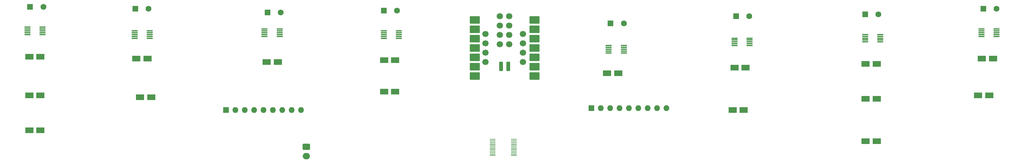
<source format=gbr>
%TF.GenerationSoftware,KiCad,Pcbnew,8.0.8*%
%TF.CreationDate,2025-05-04T20:59:54-05:00*%
%TF.ProjectId,Feedback_sleeve,46656564-6261-4636-9b5f-736c65657665,rev?*%
%TF.SameCoordinates,Original*%
%TF.FileFunction,Soldermask,Top*%
%TF.FilePolarity,Negative*%
%FSLAX46Y46*%
G04 Gerber Fmt 4.6, Leading zero omitted, Abs format (unit mm)*
G04 Created by KiCad (PCBNEW 8.0.8) date 2025-05-04 20:59:54*
%MOMM*%
%LPD*%
G01*
G04 APERTURE LIST*
G04 Aperture macros list*
%AMRoundRect*
0 Rectangle with rounded corners*
0 $1 Rounding radius*
0 $2 $3 $4 $5 $6 $7 $8 $9 X,Y pos of 4 corners*
0 Add a 4 corners polygon primitive as box body*
4,1,4,$2,$3,$4,$5,$6,$7,$8,$9,$2,$3,0*
0 Add four circle primitives for the rounded corners*
1,1,$1+$1,$2,$3*
1,1,$1+$1,$4,$5*
1,1,$1+$1,$6,$7*
1,1,$1+$1,$8,$9*
0 Add four rect primitives between the rounded corners*
20,1,$1+$1,$2,$3,$4,$5,0*
20,1,$1+$1,$4,$5,$6,$7,0*
20,1,$1+$1,$6,$7,$8,$9,0*
20,1,$1+$1,$8,$9,$2,$3,0*%
G04 Aperture macros list end*
%ADD10R,2.200000X1.600000*%
%ADD11O,1.699999X0.299999*%
%ADD12RoundRect,0.250000X-0.550000X-0.550000X0.550000X-0.550000X0.550000X0.550000X-0.550000X0.550000X0*%
%ADD13C,1.600000*%
%ADD14R,1.600000X1.600000*%
%ADD15O,1.600000X1.600000*%
%ADD16RoundRect,0.250000X-0.750000X0.600000X-0.750000X-0.600000X0.750000X-0.600000X0.750000X0.600000X0*%
%ADD17O,2.000000X1.700000*%
%ADD18RoundRect,0.062500X0.675000X0.062500X-0.675000X0.062500X-0.675000X-0.062500X0.675000X-0.062500X0*%
%ADD19RoundRect,0.200000X1.175000X0.800000X-1.175000X0.800000X-1.175000X-0.800000X1.175000X-0.800000X0*%
%ADD20RoundRect,0.200000X-1.175000X-0.800000X1.175000X-0.800000X1.175000X0.800000X-1.175000X0.800000X0*%
%ADD21C,1.700000*%
%ADD22RoundRect,0.110000X-0.440000X1.140000X-0.440000X-1.140000X0.440000X-1.140000X0.440000X1.140000X0*%
G04 APERTURE END LIST*
D10*
%TO.C,C11*%
X243000000Y-40500000D03*
X246000000Y-40500000D03*
%TD*%
%TO.C,C9*%
X243000000Y-31000000D03*
X246000000Y-31000000D03*
%TD*%
D11*
%TO.C,U7*%
X242900002Y-22999999D03*
X242900002Y-23499998D03*
X242900002Y-24000000D03*
X242900002Y-24499999D03*
X242900002Y-25000001D03*
X247000001Y-25000001D03*
X247000001Y-24499999D03*
X247000001Y-24000000D03*
X247000001Y-23499998D03*
X247000001Y-22999999D03*
%TD*%
D12*
%TO.C,J7*%
X242900000Y-17500000D03*
D13*
X246500000Y-17500000D03*
%TD*%
D10*
%TO.C,C1*%
X274500000Y-29500000D03*
X277500000Y-29500000D03*
%TD*%
D11*
%TO.C,U9*%
X80200002Y-21499999D03*
X80200002Y-21999998D03*
X80200002Y-22500000D03*
X80200002Y-22999999D03*
X80200002Y-23500001D03*
X84300001Y-23500001D03*
X84300001Y-22999999D03*
X84300001Y-22500000D03*
X84300001Y-21999998D03*
X84300001Y-21499999D03*
%TD*%
D10*
%TO.C,C6*%
X80800000Y-30500000D03*
X83800000Y-30500000D03*
%TD*%
D11*
%TO.C,U2*%
X274400002Y-21499999D03*
X274400002Y-21999998D03*
X274400002Y-22500000D03*
X274400002Y-22999999D03*
X274400002Y-23500001D03*
X278500001Y-23500001D03*
X278500001Y-22999999D03*
X278500001Y-22500000D03*
X278500001Y-21999998D03*
X278500001Y-21499999D03*
%TD*%
D12*
%TO.C,J8*%
X274900000Y-16000000D03*
D13*
X278500000Y-16000000D03*
%TD*%
D10*
%TO.C,C2*%
X173000000Y-33500000D03*
X176000000Y-33500000D03*
%TD*%
%TO.C,C5*%
X16500000Y-49000000D03*
X19500000Y-49000000D03*
%TD*%
D11*
%TO.C,U5*%
X112500002Y-21999999D03*
X112500002Y-22499998D03*
X112500002Y-23000000D03*
X112500002Y-23499999D03*
X112500002Y-24000001D03*
X116600001Y-24000001D03*
X116600001Y-23499999D03*
X116600001Y-23000000D03*
X116600001Y-22499998D03*
X116600001Y-21999999D03*
%TD*%
D10*
%TO.C,C10*%
X46500000Y-40000000D03*
X49500000Y-40000000D03*
%TD*%
%TO.C,C3*%
X112600000Y-30000000D03*
X115600000Y-30000000D03*
%TD*%
D12*
%TO.C,J2*%
X45200000Y-16000000D03*
D13*
X48800000Y-16000000D03*
%TD*%
D10*
%TO.C,C15*%
X207000000Y-43500000D03*
X210000000Y-43500000D03*
%TD*%
D11*
%TO.C,U8*%
X207500002Y-23999999D03*
X207500002Y-24499998D03*
X207500002Y-25000000D03*
X207500002Y-25499999D03*
X207500002Y-26000001D03*
X211600001Y-26000001D03*
X211600001Y-25499999D03*
X211600001Y-25000000D03*
X211600001Y-24499998D03*
X211600001Y-23999999D03*
%TD*%
D12*
%TO.C,J6*%
X207900000Y-18000000D03*
D13*
X211500000Y-18000000D03*
%TD*%
D10*
%TO.C,C14*%
X16500000Y-29000000D03*
X19500000Y-29000000D03*
%TD*%
D12*
%TO.C,J3*%
X81000000Y-17000000D03*
D13*
X84600000Y-17000000D03*
%TD*%
D10*
%TO.C,C13*%
X207500000Y-32000000D03*
X210500000Y-32000000D03*
%TD*%
D11*
%TO.C,U4*%
X173400002Y-25999999D03*
X173400002Y-26499998D03*
X173400002Y-27000000D03*
X173400002Y-27499999D03*
X173400002Y-28000001D03*
X177500001Y-28000001D03*
X177500001Y-27499999D03*
X177500001Y-27000000D03*
X177500001Y-26499998D03*
X177500001Y-25999999D03*
%TD*%
D14*
%TO.C,RN2*%
X69760000Y-43500000D03*
D15*
X72300000Y-43500000D03*
X74840000Y-43500000D03*
X77380000Y-43500000D03*
X79920000Y-43500000D03*
X82460000Y-43500000D03*
X85000000Y-43500000D03*
X87540000Y-43500000D03*
X90080000Y-43500000D03*
%TD*%
D16*
%TO.C,J9*%
X91500000Y-53500000D03*
D17*
X91500000Y-56000000D03*
%TD*%
D11*
%TO.C,U10*%
X45000002Y-21999999D03*
X45000002Y-22499998D03*
X45000002Y-23000000D03*
X45000002Y-23499999D03*
X45000002Y-24000001D03*
X49100001Y-24000001D03*
X49100001Y-23499999D03*
X49100001Y-23000000D03*
X49100001Y-22499998D03*
X49100001Y-21999999D03*
%TD*%
D18*
%TO.C,U3*%
X147725000Y-55900000D03*
X147725000Y-55500000D03*
X147725000Y-55100000D03*
X147725000Y-54700000D03*
X147725000Y-54300000D03*
X147725000Y-53900000D03*
X147725000Y-53500000D03*
X147725000Y-53100000D03*
X147725000Y-52700000D03*
X147725000Y-52300000D03*
X147725000Y-51900000D03*
X147725000Y-51500000D03*
X142000000Y-51500000D03*
X142000000Y-51900000D03*
X142000000Y-52300000D03*
X142000000Y-52700000D03*
X142000000Y-53100000D03*
X142000000Y-53500000D03*
X142000000Y-53900000D03*
X142000000Y-54300000D03*
X142000000Y-54700000D03*
X142000000Y-55100000D03*
X142000000Y-55500000D03*
X142000000Y-55900000D03*
%TD*%
D12*
%TO.C,J4*%
X112500000Y-16500000D03*
D13*
X116100000Y-16500000D03*
%TD*%
D10*
%TO.C,C16*%
X16500000Y-39500000D03*
X19500000Y-39500000D03*
%TD*%
D14*
%TO.C,RN1*%
X168760000Y-43000000D03*
D15*
X171300000Y-43000000D03*
X173840000Y-43000000D03*
X176380000Y-43000000D03*
X178920000Y-43000000D03*
X181460000Y-43000000D03*
X184000000Y-43000000D03*
X186540000Y-43000000D03*
X189080000Y-43000000D03*
%TD*%
D10*
%TO.C,C12*%
X112600000Y-38500000D03*
X115600000Y-38500000D03*
%TD*%
D12*
%TO.C,J1*%
X16700000Y-15500000D03*
D13*
X20300000Y-15500000D03*
%TD*%
D10*
%TO.C,C7*%
X273500000Y-39500000D03*
X276500000Y-39500000D03*
%TD*%
%TO.C,C4*%
X45500000Y-29500000D03*
X48500000Y-29500000D03*
%TD*%
D12*
%TO.C,J5*%
X173900000Y-20000000D03*
D13*
X177500000Y-20000000D03*
%TD*%
D11*
%TO.C,U6*%
X16000002Y-20999999D03*
X16000002Y-21499998D03*
X16000002Y-22000000D03*
X16000002Y-22499999D03*
X16000002Y-23000001D03*
X20100001Y-23000001D03*
X20100001Y-22499999D03*
X20100001Y-22000000D03*
X20100001Y-21499998D03*
X20100001Y-20999999D03*
%TD*%
D19*
%TO.C,U1*%
X137147500Y-19030000D03*
X137147500Y-21570000D03*
X137147500Y-24110000D03*
X137147500Y-26650000D03*
X137147500Y-29190000D03*
X137147500Y-31730000D03*
X137147500Y-34270000D03*
D20*
X153312500Y-34270000D03*
X153312500Y-31730000D03*
X153312500Y-29190000D03*
X153312500Y-26650000D03*
X153312500Y-24110000D03*
X153312500Y-21570000D03*
X153312500Y-19030000D03*
D21*
X150230994Y-22840000D03*
X150230994Y-25380000D03*
X150230994Y-27920000D03*
X150230994Y-30460000D03*
X140070994Y-30460000D03*
X140070994Y-27920000D03*
X140070994Y-25380000D03*
X140070994Y-22840000D03*
X143960000Y-18000000D03*
X143960000Y-20540000D03*
X143960000Y-23080000D03*
X143960000Y-25620000D03*
X146500000Y-25620000D03*
X146500000Y-23080000D03*
X146500000Y-20540000D03*
X146500000Y-18000000D03*
D22*
X144230000Y-31624811D03*
X146230000Y-31624811D03*
%TD*%
D10*
%TO.C,C8*%
X243000000Y-52000000D03*
X246000000Y-52000000D03*
%TD*%
M02*

</source>
